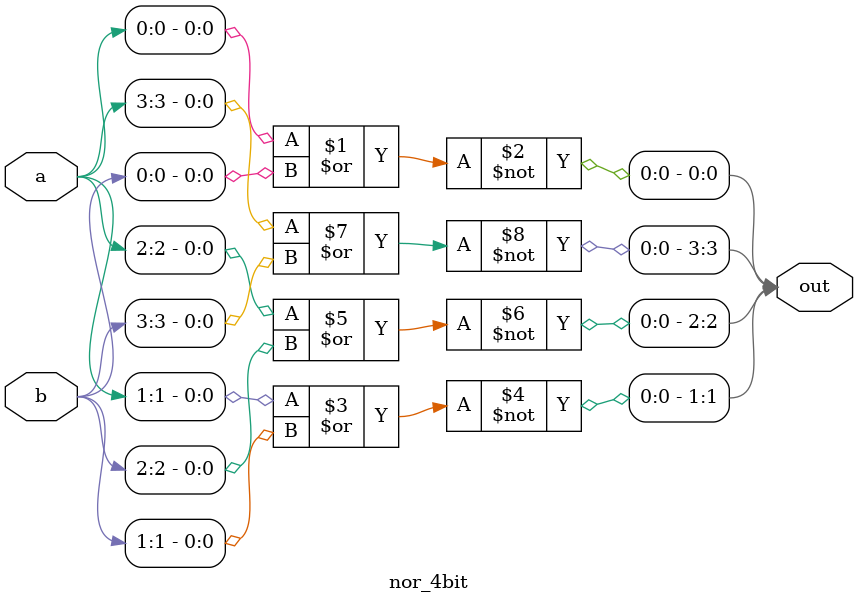
<source format=v>
module nor_4bit(a, b, out);
    input [3:0] a, b;
    output [3:0] out;

    assign out[0] = ~(a[0] | b[0]);
    assign out[1] = ~(a[1] | b[1]);
    assign out[2] = ~(a[2] | b[2]);
    assign out[3] = ~(a[3] | b[3]);

    //assign out = ~(a | b);
endmodule
</source>
